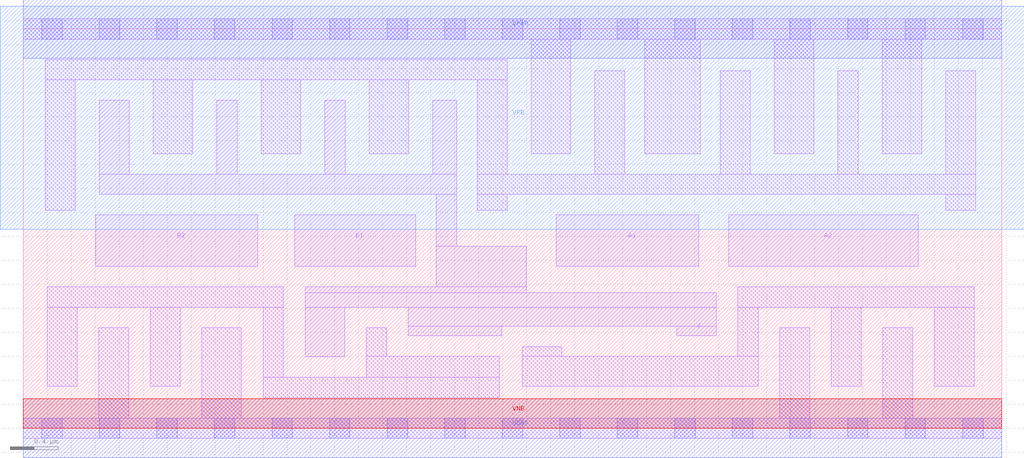
<source format=lef>
# Copyright 2020 The SkyWater PDK Authors
#
# Licensed under the Apache License, Version 2.0 (the "License");
# you may not use this file except in compliance with the License.
# You may obtain a copy of the License at
#
#     https://www.apache.org/licenses/LICENSE-2.0
#
# Unless required by applicable law or agreed to in writing, software
# distributed under the License is distributed on an "AS IS" BASIS,
# WITHOUT WARRANTIES OR CONDITIONS OF ANY KIND, either express or implied.
# See the License for the specific language governing permissions and
# limitations under the License.
#
# SPDX-License-Identifier: Apache-2.0

VERSION 5.7 ;
  NOWIREEXTENSIONATPIN ON ;
  DIVIDERCHAR "/" ;
  BUSBITCHARS "[]" ;
MACRO sky130_fd_sc_hs__a22oi_4
  CLASS CORE ;
  FOREIGN sky130_fd_sc_hs__a22oi_4 ;
  ORIGIN  0.000000  0.000000 ;
  SIZE  8.160000 BY  3.330000 ;
  SYMMETRY X Y ;
  SITE unit ;
  PIN A1
    ANTENNAGATEAREA  1.116000 ;
    DIRECTION INPUT ;
    USE SIGNAL ;
    PORT
      LAYER li1 ;
        RECT 4.445000 1.350000 5.635000 1.780000 ;
    END
  END A1
  PIN A2
    ANTENNAGATEAREA  1.116000 ;
    DIRECTION INPUT ;
    USE SIGNAL ;
    PORT
      LAYER li1 ;
        RECT 5.885000 1.350000 7.465000 1.780000 ;
    END
  END A2
  PIN B1
    ANTENNAGATEAREA  1.116000 ;
    DIRECTION INPUT ;
    USE SIGNAL ;
    PORT
      LAYER li1 ;
        RECT 2.265000 1.350000 3.275000 1.780000 ;
    END
  END B1
  PIN B2
    ANTENNAGATEAREA  1.116000 ;
    DIRECTION INPUT ;
    USE SIGNAL ;
    PORT
      LAYER li1 ;
        RECT 0.605000 1.350000 1.955000 1.780000 ;
    END
  END B2
  PIN Y
    ANTENNADIFFAREA  2.172800 ;
    DIRECTION OUTPUT ;
    USE SIGNAL ;
    PORT
      LAYER li1 ;
        RECT 0.635000 1.950000 3.615000 2.120000 ;
        RECT 0.635000 2.120000 0.885000 2.735000 ;
        RECT 1.615000 2.120000 1.785000 2.735000 ;
        RECT 2.350000 0.595000 2.680000 1.010000 ;
        RECT 2.350000 1.010000 5.780000 1.130000 ;
        RECT 2.350000 1.130000 4.195000 1.180000 ;
        RECT 2.515000 2.120000 2.685000 2.735000 ;
        RECT 3.210000 0.770000 3.990000 0.850000 ;
        RECT 3.210000 0.850000 5.780000 1.010000 ;
        RECT 3.415000 2.120000 3.615000 2.735000 ;
        RECT 3.445000 1.180000 4.195000 1.520000 ;
        RECT 3.445000 1.520000 3.615000 1.950000 ;
        RECT 5.450000 0.770000 5.780000 0.850000 ;
    END
  END Y
  PIN VGND
    DIRECTION INOUT ;
    USE GROUND ;
    PORT
      LAYER met1 ;
        RECT 0.000000 -0.245000 8.160000 0.245000 ;
    END
  END VGND
  PIN VNB
    DIRECTION INOUT ;
    USE GROUND ;
    PORT
      LAYER pwell ;
        RECT 0.000000 0.000000 8.160000 0.245000 ;
    END
  END VNB
  PIN VPB
    DIRECTION INOUT ;
    USE POWER ;
    PORT
      LAYER nwell ;
        RECT -0.190000 1.660000 8.350000 3.520000 ;
    END
  END VPB
  PIN VPWR
    DIRECTION INOUT ;
    USE POWER ;
    PORT
      LAYER met1 ;
        RECT 0.000000 3.085000 8.160000 3.575000 ;
    END
  END VPWR
  OBS
    LAYER li1 ;
      RECT 0.000000 -0.085000 8.160000 0.085000 ;
      RECT 0.000000  3.245000 8.160000 3.415000 ;
      RECT 0.185000  1.820000 0.435000 2.905000 ;
      RECT 0.185000  2.905000 4.035000 3.075000 ;
      RECT 0.200000  0.350000 0.450000 1.010000 ;
      RECT 0.200000  1.010000 2.170000 1.180000 ;
      RECT 0.630000  0.085000 0.880000 0.840000 ;
      RECT 1.060000  0.350000 1.310000 1.010000 ;
      RECT 1.085000  2.290000 1.415000 2.905000 ;
      RECT 1.490000  0.085000 1.820000 0.840000 ;
      RECT 1.985000  2.290000 2.315000 2.905000 ;
      RECT 2.000000  0.255000 3.970000 0.425000 ;
      RECT 2.000000  0.425000 2.170000 1.010000 ;
      RECT 2.860000  0.425000 3.970000 0.600000 ;
      RECT 2.860000  0.600000 3.030000 0.840000 ;
      RECT 2.885000  2.290000 3.215000 2.905000 ;
      RECT 3.785000  1.820000 4.035000 1.950000 ;
      RECT 3.785000  1.950000 7.945000 2.120000 ;
      RECT 3.785000  2.120000 4.035000 2.905000 ;
      RECT 4.160000  0.350000 6.130000 0.600000 ;
      RECT 4.160000  0.600000 4.490000 0.680000 ;
      RECT 4.235000  2.290000 4.565000 3.245000 ;
      RECT 4.765000  2.120000 5.015000 2.980000 ;
      RECT 5.185000  2.290000 5.645000 3.245000 ;
      RECT 5.815000  2.120000 6.065000 2.980000 ;
      RECT 5.960000  0.600000 6.130000 1.010000 ;
      RECT 5.960000  1.010000 7.930000 1.180000 ;
      RECT 6.265000  2.290000 6.595000 3.245000 ;
      RECT 6.310000  0.085000 6.560000 0.840000 ;
      RECT 6.740000  0.350000 6.990000 1.010000 ;
      RECT 6.795000  2.120000 6.965000 2.980000 ;
      RECT 7.165000  2.290000 7.495000 3.245000 ;
      RECT 7.170000  0.085000 7.420000 0.840000 ;
      RECT 7.600000  0.350000 7.930000 1.010000 ;
      RECT 7.695000  1.820000 7.945000 1.950000 ;
      RECT 7.695000  2.120000 7.945000 2.980000 ;
    LAYER mcon ;
      RECT 0.155000 -0.085000 0.325000 0.085000 ;
      RECT 0.155000  3.245000 0.325000 3.415000 ;
      RECT 0.635000 -0.085000 0.805000 0.085000 ;
      RECT 0.635000  3.245000 0.805000 3.415000 ;
      RECT 1.115000 -0.085000 1.285000 0.085000 ;
      RECT 1.115000  3.245000 1.285000 3.415000 ;
      RECT 1.595000 -0.085000 1.765000 0.085000 ;
      RECT 1.595000  3.245000 1.765000 3.415000 ;
      RECT 2.075000 -0.085000 2.245000 0.085000 ;
      RECT 2.075000  3.245000 2.245000 3.415000 ;
      RECT 2.555000 -0.085000 2.725000 0.085000 ;
      RECT 2.555000  3.245000 2.725000 3.415000 ;
      RECT 3.035000 -0.085000 3.205000 0.085000 ;
      RECT 3.035000  3.245000 3.205000 3.415000 ;
      RECT 3.515000 -0.085000 3.685000 0.085000 ;
      RECT 3.515000  3.245000 3.685000 3.415000 ;
      RECT 3.995000 -0.085000 4.165000 0.085000 ;
      RECT 3.995000  3.245000 4.165000 3.415000 ;
      RECT 4.475000 -0.085000 4.645000 0.085000 ;
      RECT 4.475000  3.245000 4.645000 3.415000 ;
      RECT 4.955000 -0.085000 5.125000 0.085000 ;
      RECT 4.955000  3.245000 5.125000 3.415000 ;
      RECT 5.435000 -0.085000 5.605000 0.085000 ;
      RECT 5.435000  3.245000 5.605000 3.415000 ;
      RECT 5.915000 -0.085000 6.085000 0.085000 ;
      RECT 5.915000  3.245000 6.085000 3.415000 ;
      RECT 6.395000 -0.085000 6.565000 0.085000 ;
      RECT 6.395000  3.245000 6.565000 3.415000 ;
      RECT 6.875000 -0.085000 7.045000 0.085000 ;
      RECT 6.875000  3.245000 7.045000 3.415000 ;
      RECT 7.355000 -0.085000 7.525000 0.085000 ;
      RECT 7.355000  3.245000 7.525000 3.415000 ;
      RECT 7.835000 -0.085000 8.005000 0.085000 ;
      RECT 7.835000  3.245000 8.005000 3.415000 ;
  END
END sky130_fd_sc_hs__a22oi_4
END LIBRARY

</source>
